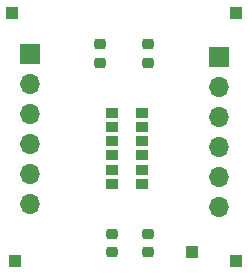
<source format=gbr>
G04 #@! TF.GenerationSoftware,KiCad,Pcbnew,8.0.02-1-dev-92ffd898f5*
G04 #@! TF.CreationDate,2024-03-29T15:55:27-07:00*
G04 #@! TF.ProjectId,sfh7072_breakoutboard,73666837-3037-4325-9f62-7265616b6f75,rev?*
G04 #@! TF.SameCoordinates,Original*
G04 #@! TF.FileFunction,Soldermask,Top*
G04 #@! TF.FilePolarity,Negative*
%FSLAX46Y46*%
G04 Gerber Fmt 4.6, Leading zero omitted, Abs format (unit mm)*
G04 Created by KiCad (PCBNEW 8.0.02-1-dev-92ffd898f5) date 2024-03-29 15:55:27*
%MOMM*%
%LPD*%
G01*
G04 APERTURE LIST*
G04 Aperture macros list*
%AMRoundRect*
0 Rectangle with rounded corners*
0 $1 Rounding radius*
0 $2 $3 $4 $5 $6 $7 $8 $9 X,Y pos of 4 corners*
0 Add a 4 corners polygon primitive as box body*
4,1,4,$2,$3,$4,$5,$6,$7,$8,$9,$2,$3,0*
0 Add four circle primitives for the rounded corners*
1,1,$1+$1,$2,$3*
1,1,$1+$1,$4,$5*
1,1,$1+$1,$6,$7*
1,1,$1+$1,$8,$9*
0 Add four rect primitives between the rounded corners*
20,1,$1+$1,$2,$3,$4,$5,0*
20,1,$1+$1,$4,$5,$6,$7,0*
20,1,$1+$1,$6,$7,$8,$9,0*
20,1,$1+$1,$8,$9,$2,$3,0*%
G04 Aperture macros list end*
%ADD10R,1.000000X1.000000*%
%ADD11RoundRect,0.225000X-0.250000X0.225000X-0.250000X-0.225000X0.250000X-0.225000X0.250000X0.225000X0*%
%ADD12O,1.700000X1.700000*%
%ADD13R,1.700000X1.700000*%
%ADD14RoundRect,0.225000X0.250000X-0.225000X0.250000X0.225000X-0.250000X0.225000X-0.250000X-0.225000X0*%
%ADD15R,1.000000X0.900000*%
G04 APERTURE END LIST*
D10*
X37750000Y-37000000D03*
D11*
X34000000Y-35500000D03*
X34000000Y-37050000D03*
D12*
X40000000Y-33200000D03*
X40000000Y-30660000D03*
X40000000Y-28120000D03*
X40000000Y-25580000D03*
X40000000Y-23040000D03*
D13*
X40000000Y-20500000D03*
X24000000Y-20250000D03*
D12*
X24000000Y-22790000D03*
X24000000Y-25330000D03*
X24000000Y-27870000D03*
X24000000Y-30410000D03*
X24000000Y-32950000D03*
D10*
X41500000Y-37750000D03*
X41500000Y-16750000D03*
D11*
X31000000Y-35500000D03*
X31000000Y-37050000D03*
D14*
X34000000Y-21000000D03*
X34000000Y-19450000D03*
D10*
X22750000Y-37750000D03*
D14*
X30000000Y-21000000D03*
X30000000Y-19450000D03*
D10*
X22500000Y-16750000D03*
D15*
X31000000Y-25250000D03*
X31000000Y-26450000D03*
X31000000Y-27650000D03*
X31000000Y-28850000D03*
X31000000Y-30050000D03*
X31000000Y-31250000D03*
X33500000Y-31250000D03*
X33500000Y-30050000D03*
X33500000Y-28850000D03*
X33500000Y-27650000D03*
X33500000Y-26450000D03*
X33500000Y-25250000D03*
M02*

</source>
